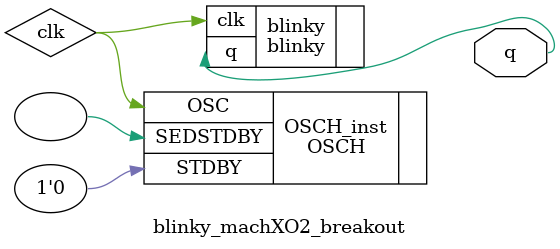
<source format=v>
module blinky_machXO2_breakout
  (output wire q);

   wire        clk;

   OSCH #(.NOM_FREQ("14.00"))
   OSCH_inst
     (
      .STDBY(1'b0),
      .OSC(clk),
      .SEDSTDBY());

   blinky #(.clk_freq_hz (14_000_000)) blinky
     (.clk (clk),
      .q   (q));

endmodule

</source>
